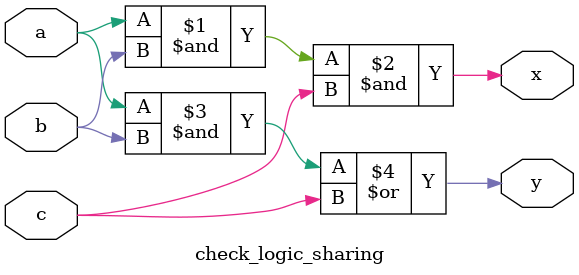
<source format=v>
module check_logic_sharing (input a , input b , input c , output x , output y);

assign x = a & b & c;
assign y = (a & b) | c;

endmodule

</source>
